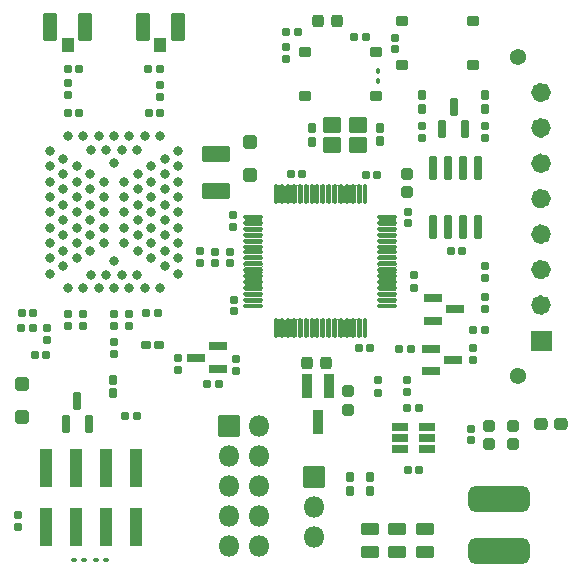
<source format=gbr>
%TF.GenerationSoftware,KiCad,Pcbnew,(7.0.0)*%
%TF.CreationDate,2023-03-16T22:42:37+01:00*%
%TF.ProjectId,iot_diagnostic_tool,696f745f-6469-4616-976e-6f737469635f,rev?*%
%TF.SameCoordinates,Original*%
%TF.FileFunction,Soldermask,Top*%
%TF.FilePolarity,Negative*%
%FSLAX46Y46*%
G04 Gerber Fmt 4.6, Leading zero omitted, Abs format (unit mm)*
G04 Created by KiCad (PCBNEW (7.0.0)) date 2023-03-16 22:42:37*
%MOMM*%
%LPD*%
G01*
G04 APERTURE LIST*
G04 Aperture macros list*
%AMRoundRect*
0 Rectangle with rounded corners*
0 $1 Rounding radius*
0 $2 $3 $4 $5 $6 $7 $8 $9 X,Y pos of 4 corners*
0 Add a 4 corners polygon primitive as box body*
4,1,4,$2,$3,$4,$5,$6,$7,$8,$9,$2,$3,0*
0 Add four circle primitives for the rounded corners*
1,1,$1+$1,$2,$3*
1,1,$1+$1,$4,$5*
1,1,$1+$1,$6,$7*
1,1,$1+$1,$8,$9*
0 Add four rect primitives between the rounded corners*
20,1,$1+$1,$2,$3,$4,$5,0*
20,1,$1+$1,$4,$5,$6,$7,0*
20,1,$1+$1,$6,$7,$8,$9,0*
20,1,$1+$1,$8,$9,$2,$3,0*%
G04 Aperture macros list end*
%ADD10C,0.711200*%
%ADD11C,0.836200*%
%ADD12C,0.010000*%
%ADD13RoundRect,0.185000X0.135000X0.185000X-0.135000X0.185000X-0.135000X-0.185000X0.135000X-0.185000X0*%
%ADD14RoundRect,0.185000X0.185000X-0.135000X0.185000X0.135000X-0.185000X0.135000X-0.185000X-0.135000X0*%
%ADD15RoundRect,0.185000X-0.135000X-0.185000X0.135000X-0.185000X0.135000X0.185000X-0.135000X0.185000X0*%
%ADD16RoundRect,0.268750X0.218750X0.256250X-0.218750X0.256250X-0.218750X-0.256250X0.218750X-0.256250X0*%
%ADD17RoundRect,0.190000X-0.140000X-0.170000X0.140000X-0.170000X0.140000X0.170000X-0.140000X0.170000X0*%
%ADD18RoundRect,0.190000X-0.170000X0.140000X-0.170000X-0.140000X0.170000X-0.140000X0.170000X0.140000X0*%
%ADD19RoundRect,0.190000X0.140000X0.170000X-0.140000X0.170000X-0.140000X-0.170000X0.140000X-0.170000X0*%
%ADD20RoundRect,0.050000X-0.400000X0.950000X-0.400000X-0.950000X0.400000X-0.950000X0.400000X0.950000X0*%
%ADD21RoundRect,0.205000X-0.155000X0.212500X-0.155000X-0.212500X0.155000X-0.212500X0.155000X0.212500X0*%
%ADD22RoundRect,0.205000X0.155000X-0.212500X0.155000X0.212500X-0.155000X0.212500X-0.155000X-0.212500X0*%
%ADD23RoundRect,0.275000X0.250000X-0.225000X0.250000X0.225000X-0.250000X0.225000X-0.250000X-0.225000X0*%
%ADD24RoundRect,0.575000X2.025000X-0.525000X2.025000X0.525000X-2.025000X0.525000X-2.025000X-0.525000X0*%
%ADD25RoundRect,0.050000X0.500000X-0.525000X0.500000X0.525000X-0.500000X0.525000X-0.500000X-0.525000X0*%
%ADD26RoundRect,0.050000X0.525000X-1.100000X0.525000X1.100000X-0.525000X1.100000X-0.525000X-1.100000X0*%
%ADD27RoundRect,0.185000X-0.185000X0.135000X-0.185000X-0.135000X0.185000X-0.135000X0.185000X0.135000X0*%
%ADD28RoundRect,0.210000X0.160000X-0.197500X0.160000X0.197500X-0.160000X0.197500X-0.160000X-0.197500X0*%
%ADD29RoundRect,0.190000X0.170000X-0.140000X0.170000X0.140000X-0.170000X0.140000X-0.170000X-0.140000X0*%
%ADD30RoundRect,0.112500X-0.117500X-0.062500X0.117500X-0.062500X0.117500X0.062500X-0.117500X0.062500X0*%
%ADD31RoundRect,0.200000X0.150000X-0.587500X0.150000X0.587500X-0.150000X0.587500X-0.150000X-0.587500X0*%
%ADD32RoundRect,0.050000X-0.500000X1.575000X-0.500000X-1.575000X0.500000X-1.575000X0.500000X1.575000X0*%
%ADD33RoundRect,0.162500X-0.387500X-0.262500X0.387500X-0.262500X0.387500X0.262500X-0.387500X0.262500X0*%
%ADD34C,1.370000*%
%ADD35RoundRect,0.275000X-0.250000X0.225000X-0.250000X-0.225000X0.250000X-0.225000X0.250000X0.225000X0*%
%ADD36RoundRect,0.300000X0.475000X-0.250000X0.475000X0.250000X-0.475000X0.250000X-0.475000X-0.250000X0*%
%ADD37RoundRect,0.050000X-0.850000X-0.850000X0.850000X-0.850000X0.850000X0.850000X-0.850000X0.850000X0*%
%ADD38O,1.800000X1.800000*%
%ADD39RoundRect,0.200000X-0.587500X-0.150000X0.587500X-0.150000X0.587500X0.150000X-0.587500X0.150000X0*%
%ADD40RoundRect,0.287500X0.287500X0.237500X-0.287500X0.237500X-0.287500X-0.237500X0.287500X-0.237500X0*%
%ADD41RoundRect,0.200000X0.587500X0.150000X-0.587500X0.150000X-0.587500X-0.150000X0.587500X-0.150000X0*%
%ADD42RoundRect,0.112500X0.117500X0.062500X-0.117500X0.062500X-0.117500X-0.062500X0.117500X-0.062500X0*%
%ADD43RoundRect,0.300000X0.300000X-0.300000X0.300000X0.300000X-0.300000X0.300000X-0.300000X-0.300000X0*%
%ADD44RoundRect,0.205000X-0.212500X-0.155000X0.212500X-0.155000X0.212500X0.155000X-0.212500X0.155000X0*%
%ADD45RoundRect,0.125000X-0.075000X0.700000X-0.075000X-0.700000X0.075000X-0.700000X0.075000X0.700000X0*%
%ADD46RoundRect,0.125000X-0.700000X0.075000X-0.700000X-0.075000X0.700000X-0.075000X0.700000X0.075000X0*%
%ADD47RoundRect,0.050000X0.700000X0.600000X-0.700000X0.600000X-0.700000X-0.600000X0.700000X-0.600000X0*%
%ADD48RoundRect,0.200000X0.512500X0.150000X-0.512500X0.150000X-0.512500X-0.150000X0.512500X-0.150000X0*%
%ADD49RoundRect,0.200000X0.150000X-0.825000X0.150000X0.825000X-0.150000X0.825000X-0.150000X-0.825000X0*%
%ADD50RoundRect,0.112500X0.062500X-0.117500X0.062500X0.117500X-0.062500X0.117500X-0.062500X-0.117500X0*%
%ADD51RoundRect,0.162500X0.387500X0.262500X-0.387500X0.262500X-0.387500X-0.262500X0.387500X-0.262500X0*%
%ADD52RoundRect,0.275000X-0.225000X-0.250000X0.225000X-0.250000X0.225000X0.250000X-0.225000X0.250000X0*%
%ADD53RoundRect,0.300000X0.925000X-0.412500X0.925000X0.412500X-0.925000X0.412500X-0.925000X-0.412500X0*%
%ADD54RoundRect,0.210000X-0.160000X0.197500X-0.160000X-0.197500X0.160000X-0.197500X0.160000X0.197500X0*%
%ADD55C,0.800000*%
G04 APERTURE END LIST*
D10*
%TO.C,J7*%
X171205600Y-75050000D02*
G75*
G03*
X171205600Y-75050000I-355600J0D01*
G01*
D11*
X173228100Y-78050000D02*
G75*
G03*
X173228100Y-78050000I-418100J0D01*
G01*
X173228100Y-81050000D02*
G75*
G03*
X173228100Y-81050000I-418100J0D01*
G01*
X173228100Y-84050000D02*
G75*
G03*
X173228100Y-84050000I-418100J0D01*
G01*
X173228100Y-87050000D02*
G75*
G03*
X173228100Y-87050000I-418100J0D01*
G01*
X173228100Y-90050000D02*
G75*
G03*
X173228100Y-90050000I-418100J0D01*
G01*
X173228100Y-93050000D02*
G75*
G03*
X173228100Y-93050000I-418100J0D01*
G01*
X173228100Y-96050000D02*
G75*
G03*
X173228100Y-96050000I-418100J0D01*
G01*
D10*
X171205600Y-102050000D02*
G75*
G03*
X171205600Y-102050000I-355600J0D01*
G01*
G36*
X173646200Y-99886200D02*
G01*
X171973800Y-99886200D01*
X171973800Y-98213800D01*
X173646200Y-98213800D01*
X173646200Y-99886200D01*
G37*
D12*
X173646200Y-99886200D02*
X171973800Y-99886200D01*
X171973800Y-98213800D01*
X173646200Y-98213800D01*
X173646200Y-99886200D01*
%TD*%
D13*
%TO.C,R19*%
X152210000Y-72950000D03*
X151190000Y-72950000D03*
%TD*%
D14*
%TO.C,R18*%
X151225000Y-75210000D03*
X151225000Y-74190000D03*
%TD*%
D15*
%TO.C,R17*%
X156940000Y-73325000D03*
X157960000Y-73325000D03*
%TD*%
D16*
%TO.C,D2*%
X155537500Y-72000000D03*
X153962500Y-72000000D03*
%TD*%
D17*
%TO.C,C4*%
X151655000Y-84975001D03*
X152615000Y-84975001D03*
%TD*%
D18*
%TO.C,C23*%
X146450000Y-91540000D03*
X146450000Y-92500000D03*
%TD*%
D19*
%TO.C,C18*%
X166140000Y-91450001D03*
X165180000Y-91450001D03*
%TD*%
D20*
%TO.C,U6*%
X154900000Y-102950000D03*
X153000000Y-102950000D03*
X153950000Y-105950000D03*
%TD*%
D21*
%TO.C,C9*%
X159185000Y-81057501D03*
X159185000Y-82192501D03*
%TD*%
D13*
%TO.C,R8*%
X161810000Y-99750000D03*
X160790000Y-99750000D03*
%TD*%
D22*
%TO.C,C10*%
X153400000Y-82242502D03*
X153400000Y-81107502D03*
%TD*%
D23*
%TO.C,C1*%
X161500000Y-86525000D03*
X161500000Y-84975000D03*
%TD*%
D24*
%TO.C,L1*%
X169250000Y-112500000D03*
X169250000Y-116900000D03*
%TD*%
D22*
%TO.C,C19*%
X168060000Y-79417501D03*
X168060000Y-78282501D03*
%TD*%
D25*
%TO.C,AE1*%
X140560000Y-74075001D03*
D26*
X139085000Y-72550001D03*
X142035000Y-72550001D03*
%TD*%
D18*
%TO.C,C2*%
X161535000Y-88170001D03*
X161535000Y-89130001D03*
%TD*%
D27*
%TO.C,R30*%
X137960000Y-96790001D03*
X137960000Y-97810001D03*
%TD*%
D28*
%TO.C,R2*%
X156600000Y-111797500D03*
X156600000Y-110602500D03*
%TD*%
D29*
%TO.C,C7*%
X146785000Y-96555001D03*
X146785000Y-95595001D03*
%TD*%
D30*
%TO.C,D9*%
X135967500Y-117675000D03*
X135127500Y-117675000D03*
%TD*%
D31*
%TO.C,D1*%
X164460000Y-81187501D03*
X166360000Y-81187501D03*
X165410000Y-79312501D03*
%TD*%
D27*
%TO.C,R35*%
X132760000Y-96790001D03*
X132760000Y-97810001D03*
%TD*%
D19*
%TO.C,C38*%
X140550000Y-79800000D03*
X139590000Y-79800000D03*
%TD*%
D14*
%TO.C,R38*%
X140550000Y-78410000D03*
X140550000Y-77390000D03*
%TD*%
D32*
%TO.C,J2*%
X138510000Y-109825000D03*
X138510000Y-114875000D03*
X135970000Y-109825000D03*
X135970000Y-114875000D03*
X133430000Y-109825000D03*
X133430000Y-114875000D03*
X130890000Y-109825000D03*
X130890000Y-114875000D03*
%TD*%
D27*
%TO.C,R36*%
X134060000Y-96790001D03*
X134060000Y-97810001D03*
%TD*%
D33*
%TO.C,SW3*%
X152800000Y-74625000D03*
X158800000Y-74625000D03*
X152800000Y-78375000D03*
X158800000Y-78375000D03*
%TD*%
D17*
%TO.C,C41*%
X132725000Y-76050001D03*
X133685000Y-76050001D03*
%TD*%
D14*
%TO.C,R39*%
X132750000Y-78310000D03*
X132750000Y-77290000D03*
%TD*%
D34*
%TO.C,J7*%
X170850000Y-75050000D03*
X170850000Y-102050000D03*
%TD*%
D15*
%TO.C,R7*%
X167050000Y-98160001D03*
X168070000Y-98160001D03*
%TD*%
D27*
%TO.C,R32*%
X136700000Y-99190000D03*
X136700000Y-100210000D03*
%TD*%
D14*
%TO.C,R4*%
X168060000Y-81910001D03*
X168060000Y-80890001D03*
%TD*%
D15*
%TO.C,R34*%
X128800000Y-97990001D03*
X129820000Y-97990001D03*
%TD*%
D19*
%TO.C,C14*%
X162490000Y-110000001D03*
X161530000Y-110000001D03*
%TD*%
D25*
%TO.C,AE2*%
X132735000Y-74080001D03*
D26*
X131260000Y-72555001D03*
X134210000Y-72555001D03*
%TD*%
D27*
%TO.C,R9*%
X167050000Y-99690000D03*
X167050000Y-100710000D03*
%TD*%
D19*
%TO.C,C37*%
X129790000Y-96700001D03*
X128830000Y-96700001D03*
%TD*%
D35*
%TO.C,C13*%
X168400000Y-106275000D03*
X168400000Y-107825000D03*
%TD*%
D31*
%TO.C,D7*%
X132600000Y-106087500D03*
X134500000Y-106087500D03*
X133550000Y-104212500D03*
%TD*%
D36*
%TO.C,C16*%
X160650000Y-116950000D03*
X160650000Y-115050000D03*
%TD*%
D27*
%TO.C,R33*%
X130960000Y-98030001D03*
X130960000Y-99050001D03*
%TD*%
D37*
%TO.C,J6*%
X153550000Y-110620000D03*
D38*
X153549999Y-113159999D03*
X153549999Y-115699999D03*
%TD*%
D39*
%TO.C,Q1*%
X163687500Y-95475000D03*
X163687500Y-97375000D03*
X165562500Y-96425000D03*
%TD*%
D40*
%TO.C,F1*%
X174525000Y-106150000D03*
X172775000Y-106150000D03*
%TD*%
D27*
%TO.C,R1*%
X159010000Y-102440001D03*
X159010000Y-103460001D03*
%TD*%
D21*
%TO.C,C34*%
X136600000Y-102402500D03*
X136600000Y-103537500D03*
%TD*%
D41*
%TO.C,Q2*%
X145487500Y-101450000D03*
X145487500Y-99550000D03*
X143612500Y-100500000D03*
%TD*%
D42*
%TO.C,D8*%
X133280000Y-117675000D03*
X134120000Y-117675000D03*
%TD*%
D17*
%TO.C,C3*%
X157955000Y-85025001D03*
X158915000Y-85025001D03*
%TD*%
D14*
%TO.C,R10*%
X168060000Y-96420001D03*
X168060000Y-95400001D03*
%TD*%
D35*
%TO.C,C12*%
X170400000Y-106275000D03*
X170400000Y-107825000D03*
%TD*%
D14*
%TO.C,R11*%
X168060000Y-93770001D03*
X168060000Y-92750001D03*
%TD*%
D18*
%TO.C,C25*%
X142100000Y-100570000D03*
X142100000Y-101530000D03*
%TD*%
D17*
%TO.C,C36*%
X129970000Y-100250000D03*
X130930000Y-100250000D03*
%TD*%
D36*
%TO.C,C17*%
X158300000Y-116950000D03*
X158300000Y-115050000D03*
%TD*%
D15*
%TO.C,R15*%
X144540000Y-102700000D03*
X145560000Y-102700000D03*
%TD*%
D43*
%TO.C,D11*%
X148175000Y-85050000D03*
X148175000Y-82250000D03*
%TD*%
D29*
%TO.C,C6*%
X146735000Y-89430001D03*
X146735000Y-88470001D03*
%TD*%
D44*
%TO.C,C35*%
X139332500Y-99450000D03*
X140467500Y-99450000D03*
%TD*%
D18*
%TO.C,C22*%
X145200000Y-91540000D03*
X145200000Y-92500000D03*
%TD*%
D45*
%TO.C,U1*%
X157885000Y-86675001D03*
X157385000Y-86675001D03*
X156885000Y-86675001D03*
X156385000Y-86675001D03*
X155885000Y-86675001D03*
X155385000Y-86675001D03*
X154885000Y-86675001D03*
X154385000Y-86675001D03*
X153885000Y-86675001D03*
X153385000Y-86675001D03*
X152885000Y-86675001D03*
X152385000Y-86675001D03*
X151885000Y-86675001D03*
X151385000Y-86675001D03*
X150885000Y-86675001D03*
X150385000Y-86675001D03*
D46*
X148460000Y-88600001D03*
X148460000Y-89100001D03*
X148460000Y-89600001D03*
X148460000Y-90100001D03*
X148460000Y-90600001D03*
X148460000Y-91100001D03*
X148460000Y-91600001D03*
X148460000Y-92100001D03*
X148460000Y-92600001D03*
X148460000Y-93100001D03*
X148460000Y-93600001D03*
X148460000Y-94100001D03*
X148460000Y-94600001D03*
X148460000Y-95100001D03*
X148460000Y-95600001D03*
X148460000Y-96100001D03*
D45*
X150385000Y-98025001D03*
X150885000Y-98025001D03*
X151385000Y-98025001D03*
X151885000Y-98025001D03*
X152385000Y-98025001D03*
X152885000Y-98025001D03*
X153385000Y-98025001D03*
X153885000Y-98025001D03*
X154385000Y-98025001D03*
X154885000Y-98025001D03*
X155385000Y-98025001D03*
X155885000Y-98025001D03*
X156385000Y-98025001D03*
X156885000Y-98025001D03*
X157385000Y-98025001D03*
X157885000Y-98025001D03*
D46*
X159810000Y-96100001D03*
X159810000Y-95600001D03*
X159810000Y-95100001D03*
X159810000Y-94600001D03*
X159810000Y-94100001D03*
X159810000Y-93600001D03*
X159810000Y-93100001D03*
X159810000Y-92600001D03*
X159810000Y-92100001D03*
X159810000Y-91600001D03*
X159810000Y-91100001D03*
X159810000Y-90600001D03*
X159810000Y-90100001D03*
X159810000Y-89600001D03*
X159810000Y-89100001D03*
X159810000Y-88600001D03*
%TD*%
D23*
%TO.C,C28*%
X156460000Y-104925001D03*
X156460000Y-103375001D03*
%TD*%
D19*
%TO.C,C5*%
X158365000Y-99675001D03*
X157405000Y-99675001D03*
%TD*%
D13*
%TO.C,R31*%
X138610000Y-105450000D03*
X137590000Y-105450000D03*
%TD*%
D27*
%TO.C,R14*%
X147000000Y-100640000D03*
X147000000Y-101660000D03*
%TD*%
D18*
%TO.C,C11*%
X166900000Y-106520000D03*
X166900000Y-107480000D03*
%TD*%
D47*
%TO.C,Y1*%
X157335000Y-80825001D03*
X155135000Y-80825001D03*
X155135000Y-82525001D03*
X157335000Y-82525001D03*
%TD*%
D48*
%TO.C,U2*%
X163185000Y-108250001D03*
X163185000Y-107300001D03*
X163185000Y-106350001D03*
X160910000Y-106350001D03*
X160910000Y-107300001D03*
X160910000Y-108250001D03*
%TD*%
D39*
%TO.C,Q4*%
X163512500Y-99750000D03*
X163512500Y-101650000D03*
X165387500Y-100700000D03*
%TD*%
D19*
%TO.C,C39*%
X140530000Y-76050000D03*
X139570000Y-76050000D03*
%TD*%
D37*
%TO.C,J5*%
X146370000Y-106280001D03*
D38*
X148909999Y-106280000D03*
X146369999Y-108820000D03*
X148909999Y-108820000D03*
X146369999Y-111360000D03*
X148909999Y-111360000D03*
X146369999Y-113900000D03*
X148909999Y-113900000D03*
X146369999Y-116440000D03*
X148909999Y-116440000D03*
%TD*%
D49*
%TO.C,U3*%
X163705000Y-89425001D03*
X164975000Y-89425001D03*
X166245000Y-89425001D03*
X167515000Y-89425001D03*
X167515000Y-84475001D03*
X166245000Y-84475001D03*
X164975000Y-84475001D03*
X163705000Y-84475001D03*
%TD*%
D27*
%TO.C,R37*%
X128550000Y-113840000D03*
X128550000Y-114860000D03*
%TD*%
D50*
%TO.C,D10*%
X159050000Y-76252500D03*
X159050000Y-77092500D03*
%TD*%
D13*
%TO.C,R12*%
X162470000Y-104750001D03*
X161450000Y-104750001D03*
%TD*%
D14*
%TO.C,R13*%
X161450000Y-103450000D03*
X161450000Y-102430000D03*
%TD*%
%TO.C,R5*%
X162710000Y-81910001D03*
X162710000Y-80890001D03*
%TD*%
D18*
%TO.C,C8*%
X160450000Y-73420000D03*
X160450000Y-74380000D03*
%TD*%
D43*
%TO.C,D6*%
X128850000Y-105550000D03*
X128850000Y-102750000D03*
%TD*%
D22*
%TO.C,C20*%
X162710000Y-79417501D03*
X162710000Y-78282501D03*
%TD*%
D36*
%TO.C,C15*%
X163000000Y-116950000D03*
X163000000Y-115050000D03*
%TD*%
D51*
%TO.C,SW1*%
X167050000Y-75725000D03*
X161050000Y-75725000D03*
X167050000Y-71975000D03*
X161050000Y-71975000D03*
%TD*%
D52*
%TO.C,C29*%
X153035000Y-100950000D03*
X154585000Y-100950000D03*
%TD*%
D53*
%TO.C,C24*%
X145300000Y-86375000D03*
X145300000Y-83300000D03*
%TD*%
D54*
%TO.C,R3*%
X158360000Y-110602501D03*
X158360000Y-111797501D03*
%TD*%
D17*
%TO.C,C40*%
X132735000Y-79800001D03*
X133695000Y-79800001D03*
%TD*%
D27*
%TO.C,R29*%
X136660000Y-96780002D03*
X136660000Y-97800002D03*
%TD*%
D55*
%TO.C,U4*%
X131210000Y-83000001D03*
X131210000Y-84300001D03*
X131210000Y-85600001D03*
X131210000Y-86900001D03*
X131210000Y-88200001D03*
X131210000Y-89500001D03*
X131210000Y-90800001D03*
X131210000Y-92100001D03*
X131210000Y-93400001D03*
X132760000Y-94650001D03*
X134060000Y-94650001D03*
X135360000Y-94650001D03*
X136660000Y-94650001D03*
X137960000Y-94650001D03*
X139260000Y-94650001D03*
X140560000Y-94650001D03*
X142110000Y-93400001D03*
X142110000Y-92100001D03*
X142110000Y-90800001D03*
X142110000Y-89500001D03*
X142110000Y-88200001D03*
X142110000Y-86900001D03*
X142110000Y-85600001D03*
X142110000Y-84300001D03*
X142110000Y-83000001D03*
X140560000Y-81750001D03*
X139260000Y-81750001D03*
X137960000Y-81750001D03*
X136660000Y-81750001D03*
X135360000Y-81750001D03*
X134060000Y-81750001D03*
X132760000Y-81750001D03*
X132360000Y-83650001D03*
X132360000Y-84950001D03*
X132360000Y-86250001D03*
X132360000Y-87550001D03*
X132360000Y-88850001D03*
X132360000Y-90150001D03*
X132360000Y-91450001D03*
X132360000Y-92750001D03*
X134710000Y-93500001D03*
X136010000Y-93500001D03*
X137310000Y-93500001D03*
X138610000Y-93500001D03*
X140960000Y-92750001D03*
X140960000Y-91450001D03*
X140960000Y-90150001D03*
X140960000Y-88850001D03*
X140960000Y-87550001D03*
X140960000Y-86250001D03*
X140960000Y-84950001D03*
X140960000Y-83650001D03*
X138610000Y-82900001D03*
X137310000Y-82900001D03*
X136010000Y-82900001D03*
X134710000Y-82900001D03*
X133510000Y-84300001D03*
X133510000Y-85600001D03*
X133510000Y-86900001D03*
X133510000Y-88200001D03*
X133510000Y-89500001D03*
X133510000Y-90800001D03*
X133510000Y-92100001D03*
X136660000Y-92350001D03*
X139810000Y-92100001D03*
X139810000Y-90800001D03*
X139810000Y-89500001D03*
X139810000Y-88200001D03*
X139810000Y-86900001D03*
X139810000Y-85600001D03*
X139810000Y-84300001D03*
X136660000Y-84050001D03*
X134660000Y-84950001D03*
X134660000Y-86250001D03*
X134660000Y-87550001D03*
X134660000Y-88850001D03*
X134660000Y-90150001D03*
X134660000Y-91450001D03*
X138660000Y-91450001D03*
X138660000Y-90150001D03*
X138660000Y-88850001D03*
X138660000Y-87550001D03*
X138660000Y-86250001D03*
X138660000Y-84950001D03*
X135810000Y-85600001D03*
X135810000Y-86900001D03*
X135810000Y-88200001D03*
X135810000Y-89500001D03*
X135810000Y-90800001D03*
X137510000Y-90800001D03*
X137510000Y-89500001D03*
X137510000Y-88200001D03*
X137510000Y-86900001D03*
X137510000Y-85600001D03*
%TD*%
D14*
%TO.C,R6*%
X162100000Y-94570001D03*
X162100000Y-93550001D03*
%TD*%
D18*
%TO.C,C21*%
X143900000Y-91520000D03*
X143900000Y-92480000D03*
%TD*%
D15*
%TO.C,R28*%
X139390000Y-96750000D03*
X140410000Y-96750000D03*
%TD*%
G36*
X157714147Y-97249832D02*
G01*
X157713950Y-97251678D01*
X157696399Y-97277945D01*
X157687000Y-97325200D01*
X157687000Y-98724802D01*
X157696399Y-98772056D01*
X157713949Y-98798321D01*
X157714146Y-98800167D01*
X157712740Y-98801380D01*
X157710943Y-98800914D01*
X157681167Y-98773927D01*
X157635000Y-98762362D01*
X157588832Y-98773927D01*
X157559056Y-98800914D01*
X157557259Y-98801380D01*
X157555853Y-98800167D01*
X157556050Y-98798321D01*
X157573600Y-98772056D01*
X157583000Y-98724802D01*
X157583000Y-97325200D01*
X157573600Y-97277945D01*
X157556049Y-97251678D01*
X157555852Y-97249832D01*
X157557258Y-97248619D01*
X157559055Y-97249085D01*
X157588833Y-97276074D01*
X157634999Y-97287638D01*
X157681166Y-97276074D01*
X157710944Y-97249085D01*
X157712741Y-97248619D01*
X157714147Y-97249832D01*
G37*
G36*
X157214147Y-97249832D02*
G01*
X157213950Y-97251678D01*
X157196399Y-97277945D01*
X157187000Y-97325200D01*
X157187000Y-98724802D01*
X157196399Y-98772056D01*
X157213949Y-98798321D01*
X157214146Y-98800167D01*
X157212740Y-98801380D01*
X157210943Y-98800914D01*
X157181167Y-98773927D01*
X157135000Y-98762362D01*
X157088832Y-98773927D01*
X157059056Y-98800914D01*
X157057259Y-98801380D01*
X157055853Y-98800167D01*
X157056050Y-98798321D01*
X157073600Y-98772056D01*
X157083000Y-98724802D01*
X157083000Y-97325200D01*
X157073600Y-97277945D01*
X157056049Y-97251678D01*
X157055852Y-97249832D01*
X157057258Y-97248619D01*
X157059055Y-97249085D01*
X157088833Y-97276074D01*
X157134999Y-97287638D01*
X157181166Y-97276074D01*
X157210944Y-97249085D01*
X157212741Y-97248619D01*
X157214147Y-97249832D01*
G37*
G36*
X156714147Y-97249832D02*
G01*
X156713950Y-97251678D01*
X156696399Y-97277945D01*
X156687000Y-97325200D01*
X156687000Y-98724802D01*
X156696399Y-98772056D01*
X156713949Y-98798321D01*
X156714146Y-98800167D01*
X156712740Y-98801380D01*
X156710943Y-98800914D01*
X156681167Y-98773927D01*
X156635000Y-98762362D01*
X156588832Y-98773927D01*
X156559056Y-98800914D01*
X156557259Y-98801380D01*
X156555853Y-98800167D01*
X156556050Y-98798321D01*
X156573600Y-98772056D01*
X156583000Y-98724802D01*
X156583000Y-97325200D01*
X156573600Y-97277945D01*
X156556049Y-97251678D01*
X156555852Y-97249832D01*
X156557258Y-97248619D01*
X156559055Y-97249085D01*
X156588833Y-97276074D01*
X156634999Y-97287638D01*
X156681166Y-97276074D01*
X156710944Y-97249085D01*
X156712741Y-97248619D01*
X156714147Y-97249832D01*
G37*
G36*
X156214147Y-97249832D02*
G01*
X156213950Y-97251678D01*
X156196399Y-97277945D01*
X156187000Y-97325200D01*
X156187000Y-98724802D01*
X156196399Y-98772056D01*
X156213949Y-98798321D01*
X156214146Y-98800167D01*
X156212740Y-98801380D01*
X156210943Y-98800914D01*
X156181167Y-98773927D01*
X156135000Y-98762362D01*
X156088832Y-98773927D01*
X156059056Y-98800914D01*
X156057259Y-98801380D01*
X156055853Y-98800167D01*
X156056050Y-98798321D01*
X156073600Y-98772056D01*
X156083000Y-98724802D01*
X156083000Y-97325200D01*
X156073600Y-97277945D01*
X156056049Y-97251678D01*
X156055852Y-97249832D01*
X156057258Y-97248619D01*
X156059055Y-97249085D01*
X156088833Y-97276074D01*
X156134999Y-97287638D01*
X156181166Y-97276074D01*
X156210944Y-97249085D01*
X156212741Y-97248619D01*
X156214147Y-97249832D01*
G37*
G36*
X155714147Y-97249832D02*
G01*
X155713950Y-97251678D01*
X155696399Y-97277945D01*
X155687000Y-97325200D01*
X155687000Y-98724802D01*
X155696399Y-98772056D01*
X155713949Y-98798321D01*
X155714146Y-98800167D01*
X155712740Y-98801380D01*
X155710943Y-98800914D01*
X155681167Y-98773927D01*
X155635000Y-98762362D01*
X155588832Y-98773927D01*
X155559056Y-98800914D01*
X155557259Y-98801380D01*
X155555853Y-98800167D01*
X155556050Y-98798321D01*
X155573600Y-98772056D01*
X155583000Y-98724802D01*
X155583000Y-97325200D01*
X155573600Y-97277945D01*
X155556049Y-97251678D01*
X155555852Y-97249832D01*
X155557258Y-97248619D01*
X155559055Y-97249085D01*
X155588833Y-97276074D01*
X155634999Y-97287638D01*
X155681166Y-97276074D01*
X155710944Y-97249085D01*
X155712741Y-97248619D01*
X155714147Y-97249832D01*
G37*
G36*
X155214147Y-97249832D02*
G01*
X155213950Y-97251678D01*
X155196399Y-97277945D01*
X155187000Y-97325200D01*
X155187000Y-98724802D01*
X155196399Y-98772056D01*
X155213949Y-98798321D01*
X155214146Y-98800167D01*
X155212740Y-98801380D01*
X155210943Y-98800914D01*
X155181167Y-98773927D01*
X155135000Y-98762362D01*
X155088832Y-98773927D01*
X155059056Y-98800914D01*
X155057259Y-98801380D01*
X155055853Y-98800167D01*
X155056050Y-98798321D01*
X155073600Y-98772056D01*
X155083000Y-98724802D01*
X155083000Y-97325200D01*
X155073600Y-97277945D01*
X155056049Y-97251678D01*
X155055852Y-97249832D01*
X155057258Y-97248619D01*
X155059055Y-97249085D01*
X155088833Y-97276074D01*
X155134999Y-97287638D01*
X155181166Y-97276074D01*
X155210944Y-97249085D01*
X155212741Y-97248619D01*
X155214147Y-97249832D01*
G37*
G36*
X154714147Y-97249832D02*
G01*
X154713950Y-97251678D01*
X154696399Y-97277945D01*
X154687000Y-97325200D01*
X154687000Y-98724802D01*
X154696399Y-98772056D01*
X154713949Y-98798321D01*
X154714146Y-98800167D01*
X154712740Y-98801380D01*
X154710943Y-98800914D01*
X154681167Y-98773927D01*
X154635000Y-98762362D01*
X154588832Y-98773927D01*
X154559056Y-98800914D01*
X154557259Y-98801380D01*
X154555853Y-98800167D01*
X154556050Y-98798321D01*
X154573600Y-98772056D01*
X154583000Y-98724802D01*
X154583000Y-97325200D01*
X154573600Y-97277945D01*
X154556049Y-97251678D01*
X154555852Y-97249832D01*
X154557258Y-97248619D01*
X154559055Y-97249085D01*
X154588833Y-97276074D01*
X154634999Y-97287638D01*
X154681166Y-97276074D01*
X154710944Y-97249085D01*
X154712741Y-97248619D01*
X154714147Y-97249832D01*
G37*
G36*
X154214147Y-97249832D02*
G01*
X154213950Y-97251678D01*
X154196399Y-97277945D01*
X154187000Y-97325200D01*
X154187000Y-98724802D01*
X154196399Y-98772056D01*
X154213949Y-98798321D01*
X154214146Y-98800167D01*
X154212740Y-98801380D01*
X154210943Y-98800914D01*
X154181167Y-98773927D01*
X154135000Y-98762362D01*
X154088832Y-98773927D01*
X154059056Y-98800914D01*
X154057259Y-98801380D01*
X154055853Y-98800167D01*
X154056050Y-98798321D01*
X154073600Y-98772056D01*
X154083000Y-98724802D01*
X154083000Y-97325200D01*
X154073600Y-97277945D01*
X154056049Y-97251678D01*
X154055852Y-97249832D01*
X154057258Y-97248619D01*
X154059055Y-97249085D01*
X154088833Y-97276074D01*
X154134999Y-97287638D01*
X154181166Y-97276074D01*
X154210944Y-97249085D01*
X154212741Y-97248619D01*
X154214147Y-97249832D01*
G37*
G36*
X153714147Y-97249832D02*
G01*
X153713950Y-97251678D01*
X153696399Y-97277945D01*
X153687000Y-97325200D01*
X153687000Y-98724802D01*
X153696399Y-98772056D01*
X153713949Y-98798321D01*
X153714146Y-98800167D01*
X153712740Y-98801380D01*
X153710943Y-98800914D01*
X153681167Y-98773927D01*
X153635000Y-98762362D01*
X153588832Y-98773927D01*
X153559056Y-98800914D01*
X153557259Y-98801380D01*
X153555853Y-98800167D01*
X153556050Y-98798321D01*
X153573600Y-98772056D01*
X153583000Y-98724802D01*
X153583000Y-97325200D01*
X153573600Y-97277945D01*
X153556049Y-97251678D01*
X153555852Y-97249832D01*
X153557258Y-97248619D01*
X153559055Y-97249085D01*
X153588833Y-97276074D01*
X153634999Y-97287638D01*
X153681166Y-97276074D01*
X153710944Y-97249085D01*
X153712741Y-97248619D01*
X153714147Y-97249832D01*
G37*
G36*
X153214147Y-97249832D02*
G01*
X153213950Y-97251678D01*
X153196399Y-97277945D01*
X153187000Y-97325200D01*
X153187000Y-98724802D01*
X153196399Y-98772056D01*
X153213949Y-98798321D01*
X153214146Y-98800167D01*
X153212740Y-98801380D01*
X153210943Y-98800914D01*
X153181167Y-98773927D01*
X153135000Y-98762362D01*
X153088832Y-98773927D01*
X153059056Y-98800914D01*
X153057259Y-98801380D01*
X153055853Y-98800167D01*
X153056050Y-98798321D01*
X153073600Y-98772056D01*
X153083000Y-98724802D01*
X153083000Y-97325200D01*
X153073600Y-97277945D01*
X153056049Y-97251678D01*
X153055852Y-97249832D01*
X153057258Y-97248619D01*
X153059055Y-97249085D01*
X153088833Y-97276074D01*
X153134999Y-97287638D01*
X153181166Y-97276074D01*
X153210944Y-97249085D01*
X153212741Y-97248619D01*
X153214147Y-97249832D01*
G37*
G36*
X152714147Y-97249832D02*
G01*
X152713950Y-97251678D01*
X152696399Y-97277945D01*
X152687000Y-97325200D01*
X152687000Y-98724802D01*
X152696399Y-98772056D01*
X152713949Y-98798321D01*
X152714146Y-98800167D01*
X152712740Y-98801380D01*
X152710943Y-98800914D01*
X152681167Y-98773927D01*
X152635000Y-98762362D01*
X152588832Y-98773927D01*
X152559056Y-98800914D01*
X152557259Y-98801380D01*
X152555853Y-98800167D01*
X152556050Y-98798321D01*
X152573600Y-98772056D01*
X152583000Y-98724802D01*
X152583000Y-97325200D01*
X152573600Y-97277945D01*
X152556049Y-97251678D01*
X152555852Y-97249832D01*
X152557258Y-97248619D01*
X152559055Y-97249085D01*
X152588833Y-97276074D01*
X152634999Y-97287638D01*
X152681166Y-97276074D01*
X152710944Y-97249085D01*
X152712741Y-97248619D01*
X152714147Y-97249832D01*
G37*
G36*
X152214147Y-97249832D02*
G01*
X152213950Y-97251678D01*
X152196399Y-97277945D01*
X152187000Y-97325200D01*
X152187000Y-98724802D01*
X152196399Y-98772056D01*
X152213949Y-98798321D01*
X152214146Y-98800167D01*
X152212740Y-98801380D01*
X152210943Y-98800914D01*
X152181167Y-98773927D01*
X152135000Y-98762362D01*
X152088832Y-98773927D01*
X152059056Y-98800914D01*
X152057259Y-98801380D01*
X152055853Y-98800167D01*
X152056050Y-98798321D01*
X152073600Y-98772056D01*
X152083000Y-98724802D01*
X152083000Y-97325200D01*
X152073600Y-97277945D01*
X152056049Y-97251678D01*
X152055852Y-97249832D01*
X152057258Y-97248619D01*
X152059055Y-97249085D01*
X152088833Y-97276074D01*
X152134999Y-97287638D01*
X152181166Y-97276074D01*
X152210944Y-97249085D01*
X152212741Y-97248619D01*
X152214147Y-97249832D01*
G37*
G36*
X151714147Y-97249832D02*
G01*
X151713950Y-97251678D01*
X151696399Y-97277945D01*
X151687000Y-97325200D01*
X151687000Y-98724802D01*
X151696399Y-98772056D01*
X151713949Y-98798321D01*
X151714146Y-98800167D01*
X151712740Y-98801380D01*
X151710943Y-98800914D01*
X151681167Y-98773927D01*
X151635000Y-98762362D01*
X151588832Y-98773927D01*
X151559056Y-98800914D01*
X151557259Y-98801380D01*
X151555853Y-98800167D01*
X151556050Y-98798321D01*
X151573600Y-98772056D01*
X151583000Y-98724802D01*
X151583000Y-97325200D01*
X151573600Y-97277945D01*
X151556049Y-97251678D01*
X151555852Y-97249832D01*
X151557258Y-97248619D01*
X151559055Y-97249085D01*
X151588833Y-97276074D01*
X151634999Y-97287638D01*
X151681166Y-97276074D01*
X151710944Y-97249085D01*
X151712741Y-97248619D01*
X151714147Y-97249832D01*
G37*
G36*
X151214147Y-97249832D02*
G01*
X151213950Y-97251678D01*
X151196399Y-97277945D01*
X151187000Y-97325200D01*
X151187000Y-98724802D01*
X151196399Y-98772056D01*
X151213949Y-98798321D01*
X151214146Y-98800167D01*
X151212740Y-98801380D01*
X151210943Y-98800914D01*
X151181167Y-98773927D01*
X151135000Y-98762362D01*
X151088832Y-98773927D01*
X151059056Y-98800914D01*
X151057259Y-98801380D01*
X151055853Y-98800167D01*
X151056050Y-98798321D01*
X151073600Y-98772056D01*
X151083000Y-98724802D01*
X151083000Y-97325200D01*
X151073600Y-97277945D01*
X151056049Y-97251678D01*
X151055852Y-97249832D01*
X151057258Y-97248619D01*
X151059055Y-97249085D01*
X151088833Y-97276074D01*
X151134999Y-97287638D01*
X151181166Y-97276074D01*
X151210944Y-97249085D01*
X151212741Y-97248619D01*
X151214147Y-97249832D01*
G37*
G36*
X150714147Y-97249832D02*
G01*
X150713950Y-97251678D01*
X150696399Y-97277945D01*
X150687000Y-97325200D01*
X150687000Y-98724802D01*
X150696399Y-98772056D01*
X150713949Y-98798321D01*
X150714146Y-98800167D01*
X150712740Y-98801380D01*
X150710943Y-98800914D01*
X150681167Y-98773927D01*
X150635000Y-98762362D01*
X150588832Y-98773927D01*
X150559056Y-98800914D01*
X150557259Y-98801380D01*
X150555853Y-98800167D01*
X150556050Y-98798321D01*
X150573600Y-98772056D01*
X150583000Y-98724802D01*
X150583000Y-97325200D01*
X150573600Y-97277945D01*
X150556049Y-97251678D01*
X150555852Y-97249832D01*
X150557258Y-97248619D01*
X150559055Y-97249085D01*
X150588833Y-97276074D01*
X150634999Y-97287638D01*
X150681166Y-97276074D01*
X150710944Y-97249085D01*
X150712741Y-97248619D01*
X150714147Y-97249832D01*
G37*
G36*
X159036677Y-95771050D02*
G01*
X159062944Y-95788601D01*
X159110199Y-95798001D01*
X160509801Y-95798001D01*
X160557055Y-95788601D01*
X160583320Y-95771051D01*
X160585166Y-95770854D01*
X160586379Y-95772260D01*
X160585913Y-95774057D01*
X160558926Y-95803833D01*
X160547361Y-95850001D01*
X160558926Y-95896168D01*
X160585913Y-95925944D01*
X160586379Y-95927741D01*
X160585166Y-95929147D01*
X160583320Y-95928950D01*
X160557055Y-95911400D01*
X160509801Y-95902001D01*
X159110199Y-95902001D01*
X159062944Y-95911400D01*
X159036677Y-95928951D01*
X159034831Y-95929148D01*
X159033618Y-95927742D01*
X159034084Y-95925945D01*
X159061073Y-95896167D01*
X159072637Y-95850001D01*
X159061073Y-95803834D01*
X159034084Y-95774056D01*
X159033618Y-95772259D01*
X159034831Y-95770853D01*
X159036677Y-95771050D01*
G37*
G36*
X147686677Y-95771050D02*
G01*
X147712944Y-95788601D01*
X147760199Y-95798001D01*
X149159801Y-95798001D01*
X149207055Y-95788601D01*
X149233320Y-95771051D01*
X149235166Y-95770854D01*
X149236379Y-95772260D01*
X149235913Y-95774057D01*
X149208926Y-95803833D01*
X149197361Y-95850001D01*
X149208926Y-95896168D01*
X149235913Y-95925944D01*
X149236379Y-95927741D01*
X149235166Y-95929147D01*
X149233320Y-95928950D01*
X149207055Y-95911400D01*
X149159801Y-95902001D01*
X147760199Y-95902001D01*
X147712944Y-95911400D01*
X147686677Y-95928951D01*
X147684831Y-95929148D01*
X147683618Y-95927742D01*
X147684084Y-95925945D01*
X147711073Y-95896167D01*
X147722637Y-95850001D01*
X147711073Y-95803834D01*
X147684084Y-95774056D01*
X147683618Y-95772259D01*
X147684831Y-95770853D01*
X147686677Y-95771050D01*
G37*
G36*
X159036677Y-95271050D02*
G01*
X159062944Y-95288601D01*
X159110199Y-95298001D01*
X160509801Y-95298001D01*
X160557055Y-95288601D01*
X160583320Y-95271051D01*
X160585166Y-95270854D01*
X160586379Y-95272260D01*
X160585913Y-95274057D01*
X160558926Y-95303833D01*
X160547361Y-95350001D01*
X160558926Y-95396168D01*
X160585913Y-95425944D01*
X160586379Y-95427741D01*
X160585166Y-95429147D01*
X160583320Y-95428950D01*
X160557055Y-95411400D01*
X160509801Y-95402001D01*
X159110199Y-95402001D01*
X159062944Y-95411400D01*
X159036677Y-95428951D01*
X159034831Y-95429148D01*
X159033618Y-95427742D01*
X159034084Y-95425945D01*
X159061073Y-95396167D01*
X159072637Y-95350001D01*
X159061073Y-95303834D01*
X159034084Y-95274056D01*
X159033618Y-95272259D01*
X159034831Y-95270853D01*
X159036677Y-95271050D01*
G37*
G36*
X147686677Y-95271050D02*
G01*
X147712944Y-95288601D01*
X147760199Y-95298001D01*
X149159801Y-95298001D01*
X149207055Y-95288601D01*
X149233320Y-95271051D01*
X149235166Y-95270854D01*
X149236379Y-95272260D01*
X149235913Y-95274057D01*
X149208926Y-95303833D01*
X149197361Y-95350001D01*
X149208926Y-95396168D01*
X149235913Y-95425944D01*
X149236379Y-95427741D01*
X149235166Y-95429147D01*
X149233320Y-95428950D01*
X149207055Y-95411400D01*
X149159801Y-95402001D01*
X147760199Y-95402001D01*
X147712944Y-95411400D01*
X147686677Y-95428951D01*
X147684831Y-95429148D01*
X147683618Y-95427742D01*
X147684084Y-95425945D01*
X147711073Y-95396167D01*
X147722637Y-95350001D01*
X147711073Y-95303834D01*
X147684084Y-95274056D01*
X147683618Y-95272259D01*
X147684831Y-95270853D01*
X147686677Y-95271050D01*
G37*
G36*
X159036677Y-94771050D02*
G01*
X159062944Y-94788601D01*
X159110199Y-94798001D01*
X160509801Y-94798001D01*
X160557055Y-94788601D01*
X160583320Y-94771051D01*
X160585166Y-94770854D01*
X160586379Y-94772260D01*
X160585913Y-94774057D01*
X160558926Y-94803833D01*
X160547361Y-94850000D01*
X160558926Y-94896168D01*
X160585913Y-94925944D01*
X160586379Y-94927741D01*
X160585166Y-94929147D01*
X160583320Y-94928950D01*
X160557055Y-94911400D01*
X160509801Y-94902001D01*
X159110199Y-94902001D01*
X159062944Y-94911400D01*
X159036677Y-94928951D01*
X159034831Y-94929148D01*
X159033618Y-94927742D01*
X159034084Y-94925945D01*
X159061073Y-94896167D01*
X159072637Y-94850001D01*
X159061073Y-94803834D01*
X159034084Y-94774056D01*
X159033618Y-94772259D01*
X159034831Y-94770853D01*
X159036677Y-94771050D01*
G37*
G36*
X147686677Y-94771050D02*
G01*
X147712944Y-94788601D01*
X147760199Y-94798001D01*
X149159801Y-94798001D01*
X149207055Y-94788601D01*
X149233320Y-94771051D01*
X149235166Y-94770854D01*
X149236379Y-94772260D01*
X149235913Y-94774057D01*
X149208926Y-94803833D01*
X149197361Y-94850001D01*
X149208926Y-94896168D01*
X149235913Y-94925944D01*
X149236379Y-94927741D01*
X149235166Y-94929147D01*
X149233320Y-94928950D01*
X149207055Y-94911400D01*
X149159801Y-94902001D01*
X147760199Y-94902001D01*
X147712944Y-94911400D01*
X147686677Y-94928951D01*
X147684831Y-94929148D01*
X147683618Y-94927742D01*
X147684084Y-94925945D01*
X147711073Y-94896167D01*
X147722637Y-94850001D01*
X147711073Y-94803834D01*
X147684084Y-94774056D01*
X147683618Y-94772259D01*
X147684831Y-94770853D01*
X147686677Y-94771050D01*
G37*
G36*
X160586379Y-94272260D02*
G01*
X160585913Y-94274057D01*
X160558926Y-94303833D01*
X160547361Y-94350001D01*
X160558926Y-94396168D01*
X160585913Y-94425944D01*
X160586379Y-94427741D01*
X160585166Y-94429147D01*
X160583320Y-94428950D01*
X160557055Y-94411400D01*
X160509801Y-94402001D01*
X159110199Y-94402001D01*
X159062944Y-94411400D01*
X159036677Y-94428951D01*
X159034831Y-94429148D01*
X159033618Y-94427742D01*
X159034084Y-94425945D01*
X159061074Y-94396164D01*
X159072637Y-94349997D01*
X159061071Y-94303831D01*
X159034086Y-94274057D01*
X159033620Y-94272260D01*
X159034833Y-94270854D01*
X159036679Y-94271051D01*
X159062944Y-94288601D01*
X159110199Y-94298001D01*
X160509801Y-94298001D01*
X160557055Y-94288601D01*
X160583320Y-94271051D01*
X160585166Y-94270854D01*
X160586379Y-94272260D01*
G37*
G36*
X149236379Y-94272260D02*
G01*
X149235913Y-94274057D01*
X149208926Y-94303833D01*
X149197361Y-94350000D01*
X149208926Y-94396168D01*
X149235913Y-94425944D01*
X149236379Y-94427741D01*
X149235166Y-94429147D01*
X149233320Y-94428950D01*
X149207055Y-94411400D01*
X149159801Y-94402001D01*
X147760199Y-94402001D01*
X147712944Y-94411400D01*
X147686677Y-94428951D01*
X147684831Y-94429148D01*
X147683618Y-94427742D01*
X147684084Y-94425945D01*
X147711074Y-94396164D01*
X147722637Y-94349997D01*
X147711071Y-94303831D01*
X147684086Y-94274057D01*
X147683620Y-94272260D01*
X147684833Y-94270854D01*
X147686679Y-94271051D01*
X147712944Y-94288601D01*
X147760199Y-94298001D01*
X149159801Y-94298001D01*
X149207055Y-94288601D01*
X149233320Y-94271051D01*
X149235166Y-94270854D01*
X149236379Y-94272260D01*
G37*
G36*
X159036677Y-93771050D02*
G01*
X159062944Y-93788601D01*
X159110199Y-93798001D01*
X160509801Y-93798001D01*
X160557055Y-93788601D01*
X160583320Y-93771051D01*
X160585166Y-93770854D01*
X160586379Y-93772260D01*
X160585913Y-93774057D01*
X160558926Y-93803833D01*
X160547361Y-93850001D01*
X160558926Y-93896168D01*
X160585913Y-93925944D01*
X160586379Y-93927741D01*
X160585166Y-93929147D01*
X160583320Y-93928950D01*
X160557055Y-93911400D01*
X160509801Y-93902001D01*
X159110199Y-93902001D01*
X159062944Y-93911400D01*
X159036677Y-93928951D01*
X159034831Y-93929148D01*
X159033618Y-93927742D01*
X159034084Y-93925945D01*
X159061073Y-93896167D01*
X159072637Y-93850001D01*
X159061073Y-93803834D01*
X159034084Y-93774056D01*
X159033618Y-93772259D01*
X159034831Y-93770853D01*
X159036677Y-93771050D01*
G37*
G36*
X147686677Y-93771050D02*
G01*
X147712944Y-93788601D01*
X147760199Y-93798001D01*
X149159801Y-93798001D01*
X149207055Y-93788601D01*
X149233320Y-93771051D01*
X149235166Y-93770854D01*
X149236379Y-93772260D01*
X149235913Y-93774057D01*
X149208926Y-93803833D01*
X149197361Y-93850001D01*
X149208926Y-93896168D01*
X149235913Y-93925944D01*
X149236379Y-93927741D01*
X149235166Y-93929147D01*
X149233320Y-93928950D01*
X149207055Y-93911400D01*
X149159801Y-93902001D01*
X147760199Y-93902001D01*
X147712944Y-93911400D01*
X147686677Y-93928951D01*
X147684831Y-93929148D01*
X147683618Y-93927742D01*
X147684084Y-93925945D01*
X147711073Y-93896167D01*
X147722637Y-93850001D01*
X147711073Y-93803834D01*
X147684084Y-93774056D01*
X147683618Y-93772259D01*
X147684831Y-93770853D01*
X147686677Y-93771050D01*
G37*
G36*
X159036677Y-93271050D02*
G01*
X159062944Y-93288601D01*
X159110199Y-93298001D01*
X160509801Y-93298001D01*
X160557055Y-93288601D01*
X160583320Y-93271051D01*
X160585166Y-93270854D01*
X160586379Y-93272260D01*
X160585913Y-93274057D01*
X160558926Y-93303833D01*
X160547361Y-93350001D01*
X160558926Y-93396168D01*
X160585913Y-93425944D01*
X160586379Y-93427741D01*
X160585166Y-93429147D01*
X160583320Y-93428950D01*
X160557055Y-93411400D01*
X160509801Y-93402001D01*
X159110199Y-93402001D01*
X159062944Y-93411400D01*
X159036677Y-93428951D01*
X159034831Y-93429148D01*
X159033618Y-93427742D01*
X159034084Y-93425945D01*
X159061073Y-93396167D01*
X159072637Y-93350001D01*
X159061073Y-93303834D01*
X159034084Y-93274056D01*
X159033618Y-93272259D01*
X159034831Y-93270853D01*
X159036677Y-93271050D01*
G37*
G36*
X147686677Y-93271050D02*
G01*
X147712944Y-93288601D01*
X147760199Y-93298001D01*
X149159801Y-93298001D01*
X149207055Y-93288601D01*
X149233320Y-93271051D01*
X149235166Y-93270854D01*
X149236379Y-93272260D01*
X149235913Y-93274057D01*
X149208926Y-93303833D01*
X149197361Y-93350001D01*
X149208926Y-93396168D01*
X149235913Y-93425944D01*
X149236379Y-93427741D01*
X149235166Y-93429147D01*
X149233320Y-93428950D01*
X149207055Y-93411400D01*
X149159801Y-93402001D01*
X147760199Y-93402001D01*
X147712944Y-93411400D01*
X147686677Y-93428951D01*
X147684831Y-93429148D01*
X147683618Y-93427742D01*
X147684084Y-93425945D01*
X147711073Y-93396167D01*
X147722637Y-93350001D01*
X147711073Y-93303834D01*
X147684084Y-93274056D01*
X147683618Y-93272259D01*
X147684831Y-93270853D01*
X147686677Y-93271050D01*
G37*
G36*
X159036677Y-92771050D02*
G01*
X159062944Y-92788601D01*
X159110199Y-92798001D01*
X160509801Y-92798001D01*
X160557055Y-92788601D01*
X160583320Y-92771051D01*
X160585166Y-92770854D01*
X160586379Y-92772260D01*
X160585913Y-92774057D01*
X160558926Y-92803833D01*
X160547361Y-92850000D01*
X160558926Y-92896168D01*
X160585913Y-92925944D01*
X160586379Y-92927741D01*
X160585166Y-92929147D01*
X160583320Y-92928950D01*
X160557055Y-92911400D01*
X160509801Y-92902001D01*
X159110199Y-92902001D01*
X159062944Y-92911400D01*
X159036677Y-92928951D01*
X159034831Y-92929148D01*
X159033618Y-92927742D01*
X159034084Y-92925945D01*
X159061073Y-92896167D01*
X159072637Y-92850000D01*
X159061073Y-92803834D01*
X159034084Y-92774056D01*
X159033618Y-92772259D01*
X159034831Y-92770853D01*
X159036677Y-92771050D01*
G37*
G36*
X147686677Y-92771050D02*
G01*
X147712944Y-92788601D01*
X147760199Y-92798001D01*
X149159801Y-92798001D01*
X149207055Y-92788601D01*
X149233320Y-92771051D01*
X149235166Y-92770854D01*
X149236379Y-92772260D01*
X149235913Y-92774057D01*
X149208926Y-92803833D01*
X149197361Y-92850000D01*
X149208926Y-92896168D01*
X149235913Y-92925944D01*
X149236379Y-92927741D01*
X149235166Y-92929147D01*
X149233320Y-92928950D01*
X149207055Y-92911400D01*
X149159801Y-92902001D01*
X147760199Y-92902001D01*
X147712944Y-92911400D01*
X147686677Y-92928951D01*
X147684831Y-92929148D01*
X147683618Y-92927742D01*
X147684084Y-92925945D01*
X147711073Y-92896167D01*
X147722637Y-92850000D01*
X147711073Y-92803834D01*
X147684084Y-92774056D01*
X147683618Y-92772259D01*
X147684831Y-92770853D01*
X147686677Y-92771050D01*
G37*
G36*
X159036677Y-92271050D02*
G01*
X159062944Y-92288601D01*
X159110199Y-92298001D01*
X160509801Y-92298001D01*
X160557055Y-92288601D01*
X160583320Y-92271051D01*
X160585166Y-92270854D01*
X160586379Y-92272260D01*
X160585913Y-92274057D01*
X160558926Y-92303833D01*
X160547361Y-92350000D01*
X160558926Y-92396168D01*
X160585913Y-92425944D01*
X160586379Y-92427741D01*
X160585166Y-92429147D01*
X160583320Y-92428950D01*
X160557055Y-92411400D01*
X160509801Y-92402001D01*
X159110199Y-92402001D01*
X159062944Y-92411400D01*
X159036677Y-92428951D01*
X159034831Y-92429148D01*
X159033618Y-92427742D01*
X159034084Y-92425945D01*
X159061073Y-92396167D01*
X159072637Y-92350000D01*
X159061073Y-92303834D01*
X159034084Y-92274056D01*
X159033618Y-92272259D01*
X159034831Y-92270853D01*
X159036677Y-92271050D01*
G37*
G36*
X147686677Y-92271050D02*
G01*
X147712944Y-92288601D01*
X147760199Y-92298001D01*
X149159801Y-92298001D01*
X149207055Y-92288601D01*
X149233320Y-92271051D01*
X149235166Y-92270854D01*
X149236379Y-92272260D01*
X149235913Y-92274057D01*
X149208926Y-92303833D01*
X149197361Y-92350000D01*
X149208926Y-92396168D01*
X149235913Y-92425944D01*
X149236379Y-92427741D01*
X149235166Y-92429147D01*
X149233320Y-92428950D01*
X149207055Y-92411400D01*
X149159801Y-92402001D01*
X147760199Y-92402001D01*
X147712944Y-92411400D01*
X147686677Y-92428951D01*
X147684831Y-92429148D01*
X147683618Y-92427742D01*
X147684084Y-92425945D01*
X147711073Y-92396167D01*
X147722637Y-92350000D01*
X147711073Y-92303834D01*
X147684084Y-92274056D01*
X147683618Y-92272259D01*
X147684831Y-92270853D01*
X147686677Y-92271050D01*
G37*
G36*
X159036679Y-91771051D02*
G01*
X159062944Y-91788601D01*
X159110199Y-91798001D01*
X160509801Y-91798001D01*
X160557055Y-91788601D01*
X160583319Y-91771052D01*
X160585165Y-91770855D01*
X160586378Y-91772261D01*
X160585912Y-91774058D01*
X160558927Y-91803830D01*
X160547361Y-91849997D01*
X160558924Y-91896165D01*
X160585914Y-91925945D01*
X160586380Y-91927742D01*
X160585167Y-91929148D01*
X160583321Y-91928951D01*
X160557055Y-91911400D01*
X160509801Y-91902001D01*
X159110199Y-91902001D01*
X159062944Y-91911400D01*
X159036677Y-91928951D01*
X159034831Y-91929148D01*
X159033618Y-91927742D01*
X159034084Y-91925945D01*
X159061074Y-91896164D01*
X159072637Y-91849997D01*
X159061071Y-91803831D01*
X159034086Y-91774057D01*
X159033620Y-91772260D01*
X159034833Y-91770854D01*
X159036679Y-91771051D01*
G37*
G36*
X147686679Y-91771051D02*
G01*
X147712944Y-91788601D01*
X147760199Y-91798001D01*
X149159801Y-91798001D01*
X149207055Y-91788601D01*
X149233319Y-91771052D01*
X149235165Y-91770855D01*
X149236378Y-91772261D01*
X149235912Y-91774058D01*
X149208927Y-91803830D01*
X149197361Y-91849997D01*
X149208924Y-91896165D01*
X149235914Y-91925945D01*
X149236380Y-91927742D01*
X149235167Y-91929148D01*
X149233321Y-91928951D01*
X149207055Y-91911400D01*
X149159801Y-91902001D01*
X147760199Y-91902001D01*
X147712944Y-91911400D01*
X147686677Y-91928951D01*
X147684831Y-91929148D01*
X147683618Y-91927742D01*
X147684084Y-91925945D01*
X147711074Y-91896164D01*
X147722637Y-91849997D01*
X147711071Y-91803831D01*
X147684086Y-91774057D01*
X147683620Y-91772260D01*
X147684833Y-91770854D01*
X147686679Y-91771051D01*
G37*
G36*
X159036677Y-91271050D02*
G01*
X159062944Y-91288601D01*
X159110199Y-91298001D01*
X160509801Y-91298001D01*
X160557055Y-91288601D01*
X160583320Y-91271051D01*
X160585166Y-91270854D01*
X160586379Y-91272260D01*
X160585913Y-91274057D01*
X160558926Y-91303833D01*
X160547361Y-91350001D01*
X160558926Y-91396168D01*
X160585913Y-91425944D01*
X160586379Y-91427741D01*
X160585166Y-91429147D01*
X160583320Y-91428950D01*
X160557055Y-91411400D01*
X160509801Y-91402001D01*
X159110199Y-91402001D01*
X159062944Y-91411400D01*
X159036677Y-91428951D01*
X159034831Y-91429148D01*
X159033618Y-91427742D01*
X159034084Y-91425945D01*
X159061073Y-91396167D01*
X159072637Y-91350000D01*
X159061073Y-91303834D01*
X159034084Y-91274056D01*
X159033618Y-91272259D01*
X159034831Y-91270853D01*
X159036677Y-91271050D01*
G37*
G36*
X147686677Y-91271050D02*
G01*
X147712944Y-91288601D01*
X147760199Y-91298001D01*
X149159801Y-91298001D01*
X149207055Y-91288601D01*
X149233320Y-91271051D01*
X149235166Y-91270854D01*
X149236379Y-91272260D01*
X149235913Y-91274057D01*
X149208926Y-91303833D01*
X149197361Y-91350001D01*
X149208926Y-91396168D01*
X149235913Y-91425944D01*
X149236379Y-91427741D01*
X149235166Y-91429147D01*
X149233320Y-91428950D01*
X149207055Y-91411400D01*
X149159801Y-91402001D01*
X147760199Y-91402001D01*
X147712944Y-91411400D01*
X147686677Y-91428951D01*
X147684831Y-91429148D01*
X147683618Y-91427742D01*
X147684084Y-91425945D01*
X147711073Y-91396167D01*
X147722637Y-91350000D01*
X147711073Y-91303834D01*
X147684084Y-91274056D01*
X147683618Y-91272259D01*
X147684831Y-91270853D01*
X147686677Y-91271050D01*
G37*
G36*
X159036677Y-90771050D02*
G01*
X159062944Y-90788601D01*
X159110199Y-90798001D01*
X160509801Y-90798001D01*
X160557055Y-90788601D01*
X160583320Y-90771051D01*
X160585166Y-90770854D01*
X160586379Y-90772260D01*
X160585913Y-90774057D01*
X160558926Y-90803833D01*
X160547361Y-90850000D01*
X160558926Y-90896168D01*
X160585913Y-90925944D01*
X160586379Y-90927741D01*
X160585166Y-90929147D01*
X160583320Y-90928950D01*
X160557055Y-90911400D01*
X160509801Y-90902001D01*
X159110199Y-90902001D01*
X159062944Y-90911400D01*
X159036677Y-90928951D01*
X159034831Y-90929148D01*
X159033618Y-90927742D01*
X159034084Y-90925945D01*
X159061073Y-90896167D01*
X159072637Y-90850000D01*
X159061073Y-90803834D01*
X159034084Y-90774056D01*
X159033618Y-90772259D01*
X159034831Y-90770853D01*
X159036677Y-90771050D01*
G37*
G36*
X147686677Y-90771050D02*
G01*
X147712944Y-90788601D01*
X147760199Y-90798001D01*
X149159801Y-90798001D01*
X149207055Y-90788601D01*
X149233320Y-90771051D01*
X149235166Y-90770854D01*
X149236379Y-90772260D01*
X149235913Y-90774057D01*
X149208926Y-90803833D01*
X149197361Y-90850000D01*
X149208926Y-90896168D01*
X149235913Y-90925944D01*
X149236379Y-90927741D01*
X149235166Y-90929147D01*
X149233320Y-90928950D01*
X149207055Y-90911400D01*
X149159801Y-90902001D01*
X147760199Y-90902001D01*
X147712944Y-90911400D01*
X147686677Y-90928951D01*
X147684831Y-90929148D01*
X147683618Y-90927742D01*
X147684084Y-90925945D01*
X147711073Y-90896167D01*
X147722637Y-90850000D01*
X147711073Y-90803834D01*
X147684084Y-90774056D01*
X147683618Y-90772259D01*
X147684831Y-90770853D01*
X147686677Y-90771050D01*
G37*
G36*
X159036677Y-90271050D02*
G01*
X159062944Y-90288601D01*
X159110199Y-90298001D01*
X160509801Y-90298001D01*
X160557055Y-90288601D01*
X160583320Y-90271051D01*
X160585166Y-90270854D01*
X160586379Y-90272260D01*
X160585913Y-90274057D01*
X160558926Y-90303833D01*
X160547361Y-90350000D01*
X160558926Y-90396168D01*
X160585913Y-90425944D01*
X160586379Y-90427741D01*
X160585166Y-90429147D01*
X160583320Y-90428950D01*
X160557055Y-90411400D01*
X160509801Y-90402001D01*
X159110199Y-90402001D01*
X159062944Y-90411400D01*
X159036677Y-90428951D01*
X159034831Y-90429148D01*
X159033618Y-90427742D01*
X159034084Y-90425945D01*
X159061073Y-90396167D01*
X159072637Y-90350001D01*
X159061073Y-90303834D01*
X159034084Y-90274056D01*
X159033618Y-90272259D01*
X159034831Y-90270853D01*
X159036677Y-90271050D01*
G37*
G36*
X147686677Y-90271050D02*
G01*
X147712944Y-90288601D01*
X147760199Y-90298001D01*
X149159801Y-90298001D01*
X149207055Y-90288601D01*
X149233320Y-90271051D01*
X149235166Y-90270854D01*
X149236379Y-90272260D01*
X149235913Y-90274057D01*
X149208926Y-90303833D01*
X149197361Y-90350001D01*
X149208926Y-90396168D01*
X149235913Y-90425944D01*
X149236379Y-90427741D01*
X149235166Y-90429147D01*
X149233320Y-90428950D01*
X149207055Y-90411400D01*
X149159801Y-90402001D01*
X147760199Y-90402001D01*
X147712944Y-90411400D01*
X147686677Y-90428951D01*
X147684831Y-90429148D01*
X147683618Y-90427742D01*
X147684084Y-90425945D01*
X147711073Y-90396167D01*
X147722637Y-90350001D01*
X147711073Y-90303834D01*
X147684084Y-90274056D01*
X147683618Y-90272259D01*
X147684831Y-90270853D01*
X147686677Y-90271050D01*
G37*
G36*
X160586379Y-89772260D02*
G01*
X160585913Y-89774057D01*
X160558926Y-89803833D01*
X160547361Y-89850001D01*
X160558926Y-89896168D01*
X160585913Y-89925944D01*
X160586379Y-89927741D01*
X160585166Y-89929147D01*
X160583320Y-89928950D01*
X160557055Y-89911400D01*
X160509801Y-89902001D01*
X159110199Y-89902001D01*
X159062944Y-89911400D01*
X159036677Y-89928951D01*
X159034831Y-89929148D01*
X159033618Y-89927742D01*
X159034084Y-89925945D01*
X159061074Y-89896164D01*
X159072637Y-89849997D01*
X159061071Y-89803831D01*
X159034086Y-89774057D01*
X159033620Y-89772260D01*
X159034833Y-89770854D01*
X159036679Y-89771051D01*
X159062944Y-89788601D01*
X159110199Y-89798001D01*
X160509801Y-89798001D01*
X160557055Y-89788601D01*
X160583320Y-89771051D01*
X160585166Y-89770854D01*
X160586379Y-89772260D01*
G37*
G36*
X149236379Y-89772260D02*
G01*
X149235913Y-89774057D01*
X149208926Y-89803833D01*
X149197361Y-89850000D01*
X149208926Y-89896168D01*
X149235913Y-89925944D01*
X149236379Y-89927741D01*
X149235166Y-89929147D01*
X149233320Y-89928950D01*
X149207055Y-89911400D01*
X149159801Y-89902001D01*
X147760199Y-89902001D01*
X147712944Y-89911400D01*
X147686677Y-89928951D01*
X147684831Y-89929148D01*
X147683618Y-89927742D01*
X147684084Y-89925945D01*
X147711074Y-89896164D01*
X147722637Y-89849997D01*
X147711071Y-89803831D01*
X147684086Y-89774057D01*
X147683620Y-89772260D01*
X147684833Y-89770854D01*
X147686679Y-89771051D01*
X147712944Y-89788601D01*
X147760199Y-89798001D01*
X149159801Y-89798001D01*
X149207055Y-89788601D01*
X149233320Y-89771051D01*
X149235166Y-89770854D01*
X149236379Y-89772260D01*
G37*
G36*
X159036677Y-89271050D02*
G01*
X159062944Y-89288601D01*
X159110199Y-89298001D01*
X160509801Y-89298001D01*
X160557055Y-89288601D01*
X160583320Y-89271051D01*
X160585166Y-89270854D01*
X160586379Y-89272260D01*
X160585913Y-89274057D01*
X160558926Y-89303833D01*
X160547361Y-89350001D01*
X160558926Y-89396168D01*
X160585913Y-89425944D01*
X160586379Y-89427741D01*
X160585166Y-89429147D01*
X160583320Y-89428950D01*
X160557055Y-89411400D01*
X160509801Y-89402001D01*
X159110199Y-89402001D01*
X159062944Y-89411400D01*
X159036677Y-89428951D01*
X159034831Y-89429148D01*
X159033618Y-89427742D01*
X159034084Y-89425945D01*
X159061073Y-89396167D01*
X159072637Y-89350000D01*
X159061073Y-89303834D01*
X159034084Y-89274056D01*
X159033618Y-89272259D01*
X159034831Y-89270853D01*
X159036677Y-89271050D01*
G37*
G36*
X147686677Y-89271050D02*
G01*
X147712944Y-89288601D01*
X147760199Y-89298001D01*
X149159801Y-89298001D01*
X149207055Y-89288601D01*
X149233320Y-89271051D01*
X149235166Y-89270854D01*
X149236379Y-89272260D01*
X149235913Y-89274057D01*
X149208926Y-89303833D01*
X149197361Y-89350001D01*
X149208926Y-89396168D01*
X149235913Y-89425944D01*
X149236379Y-89427741D01*
X149235166Y-89429147D01*
X149233320Y-89428950D01*
X149207055Y-89411400D01*
X149159801Y-89402001D01*
X147760199Y-89402001D01*
X147712944Y-89411400D01*
X147686677Y-89428951D01*
X147684831Y-89429148D01*
X147683618Y-89427742D01*
X147684084Y-89425945D01*
X147711073Y-89396167D01*
X147722637Y-89350000D01*
X147711073Y-89303834D01*
X147684084Y-89274056D01*
X147683618Y-89272259D01*
X147684831Y-89270853D01*
X147686677Y-89271050D01*
G37*
G36*
X159036677Y-88771050D02*
G01*
X159062944Y-88788601D01*
X159110199Y-88798001D01*
X160509801Y-88798001D01*
X160557055Y-88788601D01*
X160583319Y-88771052D01*
X160585165Y-88770855D01*
X160586378Y-88772261D01*
X160585912Y-88774058D01*
X160558927Y-88803830D01*
X160547361Y-88849997D01*
X160558924Y-88896165D01*
X160585914Y-88925945D01*
X160586380Y-88927742D01*
X160585167Y-88929148D01*
X160583321Y-88928951D01*
X160557055Y-88911400D01*
X160509801Y-88902001D01*
X159110199Y-88902001D01*
X159062944Y-88911400D01*
X159036677Y-88928951D01*
X159034831Y-88929148D01*
X159033618Y-88927742D01*
X159034084Y-88925945D01*
X159061073Y-88896167D01*
X159072637Y-88850001D01*
X159061073Y-88803834D01*
X159034084Y-88774056D01*
X159033618Y-88772259D01*
X159034831Y-88770853D01*
X159036677Y-88771050D01*
G37*
G36*
X147686677Y-88771050D02*
G01*
X147712944Y-88788601D01*
X147760199Y-88798001D01*
X149159801Y-88798001D01*
X149207055Y-88788601D01*
X149233319Y-88771052D01*
X149235165Y-88770855D01*
X149236378Y-88772261D01*
X149235912Y-88774058D01*
X149208927Y-88803830D01*
X149197361Y-88849997D01*
X149208924Y-88896165D01*
X149235914Y-88925945D01*
X149236380Y-88927742D01*
X149235167Y-88929148D01*
X149233321Y-88928951D01*
X149207055Y-88911400D01*
X149159801Y-88902001D01*
X147760199Y-88902001D01*
X147712944Y-88911400D01*
X147686677Y-88928951D01*
X147684831Y-88929148D01*
X147683618Y-88927742D01*
X147684084Y-88925945D01*
X147711073Y-88896167D01*
X147722637Y-88850001D01*
X147711073Y-88803834D01*
X147684084Y-88774056D01*
X147683618Y-88772259D01*
X147684831Y-88770853D01*
X147686677Y-88771050D01*
G37*
G36*
X157714147Y-85899832D02*
G01*
X157713950Y-85901678D01*
X157696399Y-85927945D01*
X157687000Y-85975200D01*
X157687000Y-87374802D01*
X157696399Y-87422056D01*
X157713949Y-87448321D01*
X157714146Y-87450167D01*
X157712740Y-87451380D01*
X157710943Y-87450914D01*
X157681167Y-87423927D01*
X157635000Y-87412362D01*
X157588832Y-87423927D01*
X157559056Y-87450914D01*
X157557259Y-87451380D01*
X157555853Y-87450167D01*
X157556050Y-87448321D01*
X157573600Y-87422056D01*
X157583000Y-87374802D01*
X157583000Y-85975200D01*
X157573600Y-85927945D01*
X157556049Y-85901678D01*
X157555852Y-85899832D01*
X157557258Y-85898619D01*
X157559055Y-85899085D01*
X157588833Y-85926074D01*
X157635000Y-85937638D01*
X157681166Y-85926074D01*
X157710944Y-85899085D01*
X157712741Y-85898619D01*
X157714147Y-85899832D01*
G37*
G36*
X157214147Y-85899832D02*
G01*
X157213950Y-85901678D01*
X157196399Y-85927945D01*
X157187000Y-85975200D01*
X157187000Y-87374802D01*
X157196399Y-87422056D01*
X157213949Y-87448321D01*
X157214146Y-87450167D01*
X157212740Y-87451380D01*
X157210943Y-87450914D01*
X157181167Y-87423927D01*
X157135000Y-87412362D01*
X157088832Y-87423927D01*
X157059056Y-87450914D01*
X157057259Y-87451380D01*
X157055853Y-87450167D01*
X157056050Y-87448321D01*
X157073600Y-87422056D01*
X157083000Y-87374802D01*
X157083000Y-85975200D01*
X157073600Y-85927945D01*
X157056049Y-85901678D01*
X157055852Y-85899832D01*
X157057258Y-85898619D01*
X157059055Y-85899085D01*
X157088833Y-85926074D01*
X157135000Y-85937638D01*
X157181166Y-85926074D01*
X157210944Y-85899085D01*
X157212741Y-85898619D01*
X157214147Y-85899832D01*
G37*
G36*
X156714147Y-85899832D02*
G01*
X156713950Y-85901678D01*
X156696399Y-85927945D01*
X156687000Y-85975200D01*
X156687000Y-87374802D01*
X156696399Y-87422056D01*
X156713949Y-87448321D01*
X156714146Y-87450167D01*
X156712740Y-87451380D01*
X156710943Y-87450914D01*
X156681167Y-87423927D01*
X156635000Y-87412362D01*
X156588832Y-87423927D01*
X156559056Y-87450914D01*
X156557259Y-87451380D01*
X156555853Y-87450167D01*
X156556050Y-87448321D01*
X156573600Y-87422056D01*
X156583000Y-87374802D01*
X156583000Y-85975200D01*
X156573600Y-85927945D01*
X156556049Y-85901678D01*
X156555852Y-85899832D01*
X156557258Y-85898619D01*
X156559055Y-85899085D01*
X156588833Y-85926074D01*
X156635000Y-85937638D01*
X156681166Y-85926074D01*
X156710944Y-85899085D01*
X156712741Y-85898619D01*
X156714147Y-85899832D01*
G37*
G36*
X156214147Y-85899832D02*
G01*
X156213950Y-85901678D01*
X156196399Y-85927945D01*
X156187000Y-85975200D01*
X156187000Y-87374802D01*
X156196399Y-87422056D01*
X156213949Y-87448321D01*
X156214146Y-87450167D01*
X156212740Y-87451380D01*
X156210943Y-87450914D01*
X156181167Y-87423927D01*
X156135000Y-87412362D01*
X156088832Y-87423927D01*
X156059056Y-87450914D01*
X156057259Y-87451380D01*
X156055853Y-87450167D01*
X156056050Y-87448321D01*
X156073600Y-87422056D01*
X156083000Y-87374802D01*
X156083000Y-85975200D01*
X156073600Y-85927945D01*
X156056049Y-85901678D01*
X156055852Y-85899832D01*
X156057258Y-85898619D01*
X156059055Y-85899085D01*
X156088833Y-85926074D01*
X156135000Y-85937638D01*
X156181166Y-85926074D01*
X156210944Y-85899085D01*
X156212741Y-85898619D01*
X156214147Y-85899832D01*
G37*
G36*
X155714147Y-85899832D02*
G01*
X155713950Y-85901678D01*
X155696399Y-85927945D01*
X155687000Y-85975200D01*
X155687000Y-87374802D01*
X155696399Y-87422056D01*
X155713949Y-87448321D01*
X155714146Y-87450167D01*
X155712740Y-87451380D01*
X155710943Y-87450914D01*
X155681167Y-87423927D01*
X155635000Y-87412362D01*
X155588832Y-87423927D01*
X155559056Y-87450914D01*
X155557259Y-87451380D01*
X155555853Y-87450167D01*
X155556050Y-87448321D01*
X155573600Y-87422056D01*
X155583000Y-87374802D01*
X155583000Y-85975200D01*
X155573600Y-85927945D01*
X155556049Y-85901678D01*
X155555852Y-85899832D01*
X155557258Y-85898619D01*
X155559055Y-85899085D01*
X155588833Y-85926074D01*
X155635000Y-85937638D01*
X155681166Y-85926074D01*
X155710944Y-85899085D01*
X155712741Y-85898619D01*
X155714147Y-85899832D01*
G37*
G36*
X155214147Y-85899832D02*
G01*
X155213950Y-85901678D01*
X155196399Y-85927945D01*
X155187000Y-85975200D01*
X155187000Y-87374802D01*
X155196399Y-87422056D01*
X155213949Y-87448321D01*
X155214146Y-87450167D01*
X155212740Y-87451380D01*
X155210943Y-87450914D01*
X155181167Y-87423927D01*
X155135000Y-87412362D01*
X155088832Y-87423927D01*
X155059056Y-87450914D01*
X155057259Y-87451380D01*
X155055853Y-87450167D01*
X155056050Y-87448321D01*
X155073600Y-87422056D01*
X155083000Y-87374802D01*
X155083000Y-85975200D01*
X155073600Y-85927945D01*
X155056049Y-85901678D01*
X155055852Y-85899832D01*
X155057258Y-85898619D01*
X155059055Y-85899085D01*
X155088833Y-85926074D01*
X155135000Y-85937638D01*
X155181166Y-85926074D01*
X155210944Y-85899085D01*
X155212741Y-85898619D01*
X155214147Y-85899832D01*
G37*
G36*
X154714147Y-85899832D02*
G01*
X154713950Y-85901678D01*
X154696399Y-85927945D01*
X154687000Y-85975200D01*
X154687000Y-87374802D01*
X154696399Y-87422056D01*
X154713949Y-87448321D01*
X154714146Y-87450167D01*
X154712740Y-87451380D01*
X154710943Y-87450914D01*
X154681167Y-87423927D01*
X154635000Y-87412362D01*
X154588832Y-87423927D01*
X154559056Y-87450914D01*
X154557259Y-87451380D01*
X154555853Y-87450167D01*
X154556050Y-87448321D01*
X154573600Y-87422056D01*
X154583000Y-87374802D01*
X154583000Y-85975200D01*
X154573600Y-85927945D01*
X154556049Y-85901678D01*
X154555852Y-85899832D01*
X154557258Y-85898619D01*
X154559055Y-85899085D01*
X154588833Y-85926074D01*
X154635000Y-85937638D01*
X154681166Y-85926074D01*
X154710944Y-85899085D01*
X154712741Y-85898619D01*
X154714147Y-85899832D01*
G37*
G36*
X154214147Y-85899832D02*
G01*
X154213950Y-85901678D01*
X154196399Y-85927945D01*
X154187000Y-85975200D01*
X154187000Y-87374802D01*
X154196399Y-87422056D01*
X154213949Y-87448321D01*
X154214146Y-87450167D01*
X154212740Y-87451380D01*
X154210943Y-87450914D01*
X154181167Y-87423927D01*
X154135000Y-87412362D01*
X154088832Y-87423927D01*
X154059056Y-87450914D01*
X154057259Y-87451380D01*
X154055853Y-87450167D01*
X154056050Y-87448321D01*
X154073600Y-87422056D01*
X154083000Y-87374802D01*
X154083000Y-85975200D01*
X154073600Y-85927945D01*
X154056049Y-85901678D01*
X154055852Y-85899832D01*
X154057258Y-85898619D01*
X154059055Y-85899085D01*
X154088833Y-85926074D01*
X154135000Y-85937638D01*
X154181166Y-85926074D01*
X154210944Y-85899085D01*
X154212741Y-85898619D01*
X154214147Y-85899832D01*
G37*
G36*
X153714147Y-85899832D02*
G01*
X153713950Y-85901678D01*
X153696399Y-85927945D01*
X153687000Y-85975200D01*
X153687000Y-87374802D01*
X153696399Y-87422056D01*
X153713949Y-87448321D01*
X153714146Y-87450167D01*
X153712740Y-87451380D01*
X153710943Y-87450914D01*
X153681167Y-87423927D01*
X153635000Y-87412362D01*
X153588832Y-87423927D01*
X153559056Y-87450914D01*
X153557259Y-87451380D01*
X153555853Y-87450167D01*
X153556050Y-87448321D01*
X153573600Y-87422056D01*
X153583000Y-87374802D01*
X153583000Y-85975200D01*
X153573600Y-85927945D01*
X153556049Y-85901678D01*
X153555852Y-85899832D01*
X153557258Y-85898619D01*
X153559055Y-85899085D01*
X153588833Y-85926074D01*
X153635000Y-85937638D01*
X153681166Y-85926074D01*
X153710944Y-85899085D01*
X153712741Y-85898619D01*
X153714147Y-85899832D01*
G37*
G36*
X153214147Y-85899832D02*
G01*
X153213950Y-85901678D01*
X153196399Y-85927945D01*
X153187000Y-85975200D01*
X153187000Y-87374802D01*
X153196399Y-87422056D01*
X153213949Y-87448321D01*
X153214146Y-87450167D01*
X153212740Y-87451380D01*
X153210943Y-87450914D01*
X153181167Y-87423927D01*
X153135000Y-87412362D01*
X153088832Y-87423927D01*
X153059056Y-87450914D01*
X153057259Y-87451380D01*
X153055853Y-87450167D01*
X153056050Y-87448321D01*
X153073600Y-87422056D01*
X153083000Y-87374802D01*
X153083000Y-85975200D01*
X153073600Y-85927945D01*
X153056049Y-85901678D01*
X153055852Y-85899832D01*
X153057258Y-85898619D01*
X153059055Y-85899085D01*
X153088833Y-85926074D01*
X153135000Y-85937638D01*
X153181166Y-85926074D01*
X153210944Y-85899085D01*
X153212741Y-85898619D01*
X153214147Y-85899832D01*
G37*
G36*
X152714147Y-85899832D02*
G01*
X152713950Y-85901678D01*
X152696399Y-85927945D01*
X152687000Y-85975200D01*
X152687000Y-87374802D01*
X152696399Y-87422056D01*
X152713949Y-87448321D01*
X152714146Y-87450167D01*
X152712740Y-87451380D01*
X152710943Y-87450914D01*
X152681167Y-87423927D01*
X152635000Y-87412362D01*
X152588832Y-87423927D01*
X152559056Y-87450914D01*
X152557259Y-87451380D01*
X152555853Y-87450167D01*
X152556050Y-87448321D01*
X152573600Y-87422056D01*
X152583000Y-87374802D01*
X152583000Y-85975200D01*
X152573600Y-85927945D01*
X152556049Y-85901678D01*
X152555852Y-85899832D01*
X152557258Y-85898619D01*
X152559055Y-85899085D01*
X152588833Y-85926074D01*
X152635000Y-85937638D01*
X152681166Y-85926074D01*
X152710944Y-85899085D01*
X152712741Y-85898619D01*
X152714147Y-85899832D01*
G37*
G36*
X152214147Y-85899832D02*
G01*
X152213950Y-85901678D01*
X152196399Y-85927945D01*
X152187000Y-85975200D01*
X152187000Y-87374802D01*
X152196399Y-87422056D01*
X152213949Y-87448321D01*
X152214146Y-87450167D01*
X152212740Y-87451380D01*
X152210943Y-87450914D01*
X152181167Y-87423927D01*
X152135000Y-87412362D01*
X152088832Y-87423927D01*
X152059056Y-87450914D01*
X152057259Y-87451380D01*
X152055853Y-87450167D01*
X152056050Y-87448321D01*
X152073600Y-87422056D01*
X152083000Y-87374802D01*
X152083000Y-85975200D01*
X152073600Y-85927945D01*
X152056049Y-85901678D01*
X152055852Y-85899832D01*
X152057258Y-85898619D01*
X152059055Y-85899085D01*
X152088833Y-85926074D01*
X152135000Y-85937638D01*
X152181166Y-85926074D01*
X152210944Y-85899085D01*
X152212741Y-85898619D01*
X152214147Y-85899832D01*
G37*
G36*
X151714147Y-85899832D02*
G01*
X151713950Y-85901678D01*
X151696399Y-85927945D01*
X151687000Y-85975200D01*
X151687000Y-87374802D01*
X151696399Y-87422056D01*
X151713949Y-87448321D01*
X151714146Y-87450167D01*
X151712740Y-87451380D01*
X151710943Y-87450914D01*
X151681167Y-87423927D01*
X151635000Y-87412362D01*
X151588832Y-87423927D01*
X151559056Y-87450914D01*
X151557259Y-87451380D01*
X151555853Y-87450167D01*
X151556050Y-87448321D01*
X151573600Y-87422056D01*
X151583000Y-87374802D01*
X151583000Y-85975200D01*
X151573600Y-85927945D01*
X151556049Y-85901678D01*
X151555852Y-85899832D01*
X151557258Y-85898619D01*
X151559055Y-85899085D01*
X151588833Y-85926074D01*
X151635000Y-85937638D01*
X151681166Y-85926074D01*
X151710944Y-85899085D01*
X151712741Y-85898619D01*
X151714147Y-85899832D01*
G37*
G36*
X151214147Y-85899832D02*
G01*
X151213950Y-85901678D01*
X151196399Y-85927945D01*
X151187000Y-85975200D01*
X151187000Y-87374802D01*
X151196399Y-87422056D01*
X151213949Y-87448321D01*
X151214146Y-87450167D01*
X151212740Y-87451380D01*
X151210943Y-87450914D01*
X151181167Y-87423927D01*
X151135000Y-87412362D01*
X151088832Y-87423927D01*
X151059056Y-87450914D01*
X151057259Y-87451380D01*
X151055853Y-87450167D01*
X151056050Y-87448321D01*
X151073600Y-87422056D01*
X151083000Y-87374802D01*
X151083000Y-85975200D01*
X151073600Y-85927945D01*
X151056049Y-85901678D01*
X151055852Y-85899832D01*
X151057258Y-85898619D01*
X151059055Y-85899085D01*
X151088833Y-85926074D01*
X151135000Y-85937638D01*
X151181166Y-85926074D01*
X151210944Y-85899085D01*
X151212741Y-85898619D01*
X151214147Y-85899832D01*
G37*
G36*
X150714147Y-85899832D02*
G01*
X150713950Y-85901678D01*
X150696399Y-85927945D01*
X150687000Y-85975200D01*
X150687000Y-87374802D01*
X150696399Y-87422056D01*
X150713949Y-87448321D01*
X150714146Y-87450167D01*
X150712740Y-87451380D01*
X150710943Y-87450914D01*
X150681167Y-87423927D01*
X150635000Y-87412362D01*
X150588832Y-87423927D01*
X150559056Y-87450914D01*
X150557259Y-87451380D01*
X150555853Y-87450167D01*
X150556050Y-87448321D01*
X150573600Y-87422056D01*
X150583000Y-87374802D01*
X150583000Y-85975200D01*
X150573600Y-85927945D01*
X150556049Y-85901678D01*
X150555852Y-85899832D01*
X150557258Y-85898619D01*
X150559055Y-85899085D01*
X150588833Y-85926074D01*
X150635000Y-85937638D01*
X150681166Y-85926074D01*
X150710944Y-85899085D01*
X150712741Y-85898619D01*
X150714147Y-85899832D01*
G37*
M02*

</source>
